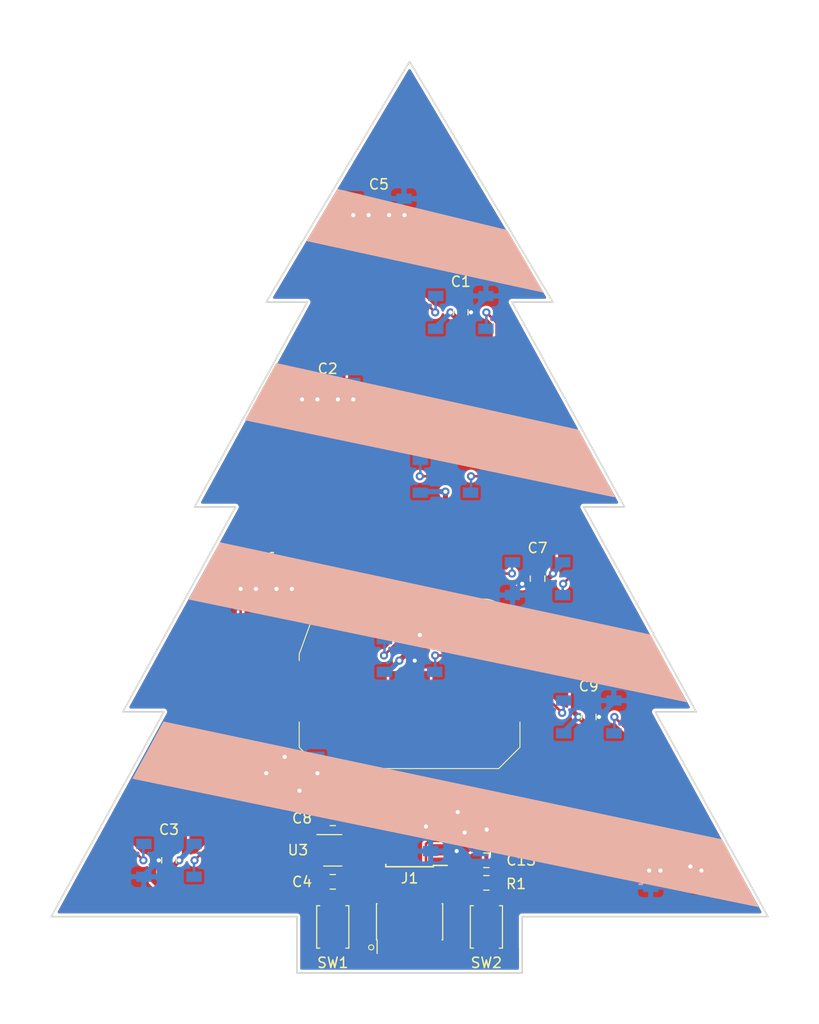
<source format=kicad_pcb>
(kicad_pcb (version 20171130) (host pcbnew "(5.1.7-0-10_14)")
  (title_block (rev 1))
  (layers (0 Front signal) (31 Back signal) (34 B.Paste user) (35 F.Paste user) (36 B.SilkS user) (37 F.SilkS user) (38 B.Mask user) (39 F.Mask user) (44 Edge.Cuts user))
  (net 0 "")
  (net 1 "Net-(BT1-Pad1)")
  (net 2 "Net-(D1-Pad2)")
  (net 3 "Net-(D1-Pad4)")
  (net 4 "Net-(U1-Pad3)")
  (net 5 "Net-(D2-Pad2)")
  (net 6 "Net-(D2-Pad4)")
  (net 7 "Net-(D3-Pad4)")
  (net 8 "Net-(D4-Pad4)")
  (net 9 "Net-(D7-Pad4)")
  (net 10 "Net-(D8-Pad4)")
  (net 11 "Net-(D10-Pad2)")
  (net 12 "Net-(D11-Pad2)")
  (net 13 "Net-(D12-Pad2)")
  (net 14 "Net-(D12-Pad4)")
  (net 15 VCC)
  (net 16 "Net-(SW2-Pad1)")
  (net 17 GND)
  (net 18 NRST)
  (net 19 DIN)
  (net 20 "Net-(J1-Pad8)")
  (net 21 "Net-(J1-Pad7)")
  (net 22 "Net-(J1-Pad6)")
  (net 23 SWCLK)
  (net 24 SWDIO)
  (net 25 "Net-(R1-Pad1)")
  (net 26 SDA)
  (net 27 SCL)
  (net 28 "Net-(U2-Pad11)")
  (net 29 "Net-(U2-Pad8)")
  (net 30 "Net-(U2-Pad3)")
  (net 31 "Net-(U2-Pad5)")
  (module Button_Switch_SMD:SW_Push_SPST_NO_Alps_SKRK (layer Front) (at 162.5 130.5 270)
    (fp_text reference SW2 (at 3.5 0 180) (layer F.SilkS))
    (fp_text value SW_Push)
    (pad 1 smd roundrect (at -2.1 0 270) (size 0.8 2) (layers Front F.Paste F.Mask) (net 16 "Net-(SW2-Pad1)"))
    (pad 2 smd roundrect (at 2.1 0 270) (size 0.8 2) (layers Front F.Paste F.Mask) (net 17 GND))
  )
  (module Button_Switch_SMD:SW_Push_SPST_NO_Alps_SKRK (layer Front) (at 147.5 130.5 270)
    (fp_text reference SW1 (at 3.5 0 180) (layer F.SilkS))
    (fp_text value SW_Push)
    (pad 1 smd roundrect (at -2.1 0 270) (size 0.8 2) (layers Front F.Paste F.Mask) (net 18 NRST))
    (pad 2 smd roundrect (at 2.1 0 270) (size 0.8 2) (layers Front F.Paste F.Mask) (net 17 GND))
  )
  (module Connector_PinHeader_1.27mm:PinHeader_2x05_P1.27mm_Vertical_SMD (layer Front) (at 155 130 90)
    (fp_text reference J1 (at 4.25 0 180) (layer F.SilkS))
    (fp_text value Conn_ARM_JTAG_SWD_10)
    (pad 10 smd rect (at 1.95 2.54 90) (size 2.4 0.74) (layers Front F.Paste F.Mask) (net 18 NRST))
    (pad 9 smd rect (at -1.95 2.54 90) (size 2.4 0.74) (layers Front F.Paste F.Mask) (net 17 GND))
    (pad 8 smd rect (at 1.95 1.27 90) (size 2.4 0.74) (layers Front F.Paste F.Mask) (net 20 "Net-(J1-Pad8)"))
    (pad 7 smd rect (at -1.95 1.27 90) (size 2.4 0.74) (layers Front F.Paste F.Mask) (net 21 "Net-(J1-Pad7)"))
    (pad 6 smd rect (at 1.95 0 90) (size 2.4 0.74) (layers Front F.Paste F.Mask) (net 22 "Net-(J1-Pad6)"))
    (pad 5 smd rect (at -1.95 0 90) (size 2.4 0.74) (layers Front F.Paste F.Mask) (net 17 GND))
    (pad 4 smd rect (at 1.95 -1.27 90) (size 2.4 0.74) (layers Front F.Paste F.Mask) (net 23 SWCLK))
    (pad 3 smd rect (at -1.95 -1.27 90) (size 2.4 0.74) (layers Front F.Paste F.Mask) (net 17 GND))
    (pad 2 smd rect (at 1.95 -2.54 90) (size 2.4 0.74) (layers Front F.Paste F.Mask) (net 24 SWDIO))
    (pad 1 smd rect (at -1.95 -2.54 90) (size 2.4 0.74) (layers Front F.Paste F.Mask) (net 15 VCC))
  )
  (module Capacitor_SMD:C_0805_2012Metric_Pad1.15x1.40mm_HandSolder (layer Front) (at 147.5 119.9 180)
    (fp_text reference C8 (at 3 0) (layer F.SilkS))
    (fp_text value C)
    (pad 2 smd roundrect (at 1.025 0 180) (size 1.15 1.4) (layers Front F.Paste F.Mask) (roundrect_rratio 0.217391) (net 17 GND))
    (pad 1 smd roundrect (at -1.025 0 180) (size 1.15 1.4) (layers Front F.Paste F.Mask) (roundrect_rratio 0.217391) (net 15 VCC))
  )
  (module Package_SO:TSSOP-14_4.4x5mm_P0.65mm (layer Front) (at 155 122 180)
    (fp_text reference U2 (at 0 3.75) (layer F.SilkS))
    (fp_text value STM32L011D3Px)
    (pad 14 smd rect (at 2.95 -1.95 180) (size 1.45 0.45) (layers Front F.Paste F.Mask) (net 23 SWCLK))
    (pad 13 smd rect (at 2.95 -1.3 180) (size 1.45 0.45) (layers Front F.Paste F.Mask) (net 24 SWDIO))
    (pad 12 smd rect (at 2.95 -0.65 180) (size 1.45 0.45) (layers Front F.Paste F.Mask) (net 26 SDA))
    (pad 11 smd rect (at 2.95 0 180) (size 1.45 0.45) (layers Front F.Paste F.Mask) (net 28 "Net-(U2-Pad11)"))
    (pad 10 smd rect (at 2.95 0.65 180) (size 1.45 0.45) (layers Front F.Paste F.Mask) (net 15 VCC))
    (pad 9 smd rect (at 2.95 1.3 180) (size 1.45 0.45) (layers Front F.Paste F.Mask) (net 17 GND))
    (pad 8 smd rect (at 2.95 1.95 180) (size 1.45 0.45) (layers Front F.Paste F.Mask) (net 29 "Net-(U2-Pad8)"))
    (pad 7 smd rect (at -2.95 1.95 180) (size 1.45 0.45) (layers Front F.Paste F.Mask) (net 27 SCL))
    (pad 6 smd rect (at -2.95 1.3 180) (size 1.45 0.45) (layers Front F.Paste F.Mask) (net 19 DIN))
    (pad 5 smd rect (at -2.95 0.65 180) (size 1.45 0.45) (layers Front F.Paste F.Mask) (net 31 "Net-(U2-Pad5)"))
    (pad 4 smd rect (at -2.95 0 180) (size 1.45 0.45) (layers Front F.Paste F.Mask) (net 18 NRST))
    (pad 3 smd rect (at -2.95 -0.65 180) (size 1.45 0.45) (layers Front F.Paste F.Mask) (net 30 "Net-(U2-Pad3)"))
    (pad 2 smd rect (at -2.95 -1.3 180) (size 1.45 0.45) (layers Front F.Paste F.Mask) (net 16 "Net-(SW2-Pad1)"))
    (pad 1 smd rect (at -2.95 -1.95 180) (size 1.45 0.45) (layers Front F.Paste F.Mask) (net 25 "Net-(R1-Pad1)"))
  )
  (module Resistor_SMD:R_0805_2012Metric_Pad1.15x1.40mm_HandSolder (layer Front) (at 162.5 126.2)
    (fp_text reference R1 (at 2.9 0.1) (layer F.SilkS))
    (fp_text value R)
    (pad 2 smd roundrect (at 1.025 0) (size 1.15 1.4) (layers Front F.Paste F.Mask) (roundrect_rratio 0.217391) (net 17 GND))
    (pad 1 smd roundrect (at -1.025 0) (size 1.15 1.4) (layers Front F.Paste F.Mask) (roundrect_rratio 0.217391) (net 25 "Net-(R1-Pad1)"))
  )
  (module Capacitor_SMD:C_0805_2012Metric_Pad1.15x1.40mm_HandSolder (layer Front) (at 147.5 126.1 180)
    (fp_text reference C4 (at 3 0) (layer F.SilkS))
    (fp_text value C)
    (pad 2 smd roundrect (at 1.025 0 180) (size 1.15 1.4) (layers Front F.Paste F.Mask) (roundrect_rratio 0.217391) (net 17 GND))
    (pad 1 smd roundrect (at -1.025 0 180) (size 1.15 1.4) (layers Front F.Paste F.Mask) (roundrect_rratio 0.217391) (net 18 NRST))
  )
  (module Battery:BatteryHolder_Keystone_3034_1x20mm (layer Front) (at 155 107.5 180)
    (fp_text reference BT1 (at 0 8) (layer F.SilkS))
    (fp_text value Battery_Cell)
    (pad 1 smd rect (at -10.985 0 180) (size 1.27 5.08) (layers Front F.Paste F.Mask) (net 1 "Net-(BT1-Pad1)"))
    (pad 1 smd rect (at 10.985 0 180) (size 1.27 5.08) (layers Front F.Paste F.Mask) (net 1 "Net-(BT1-Pad1)"))
    (pad 2 smd rect (at 0 0 180) (size 3.96 3.96) (layers Front F.Paste F.Mask) (net 17 GND))
  )
  (module my-footprints-library:LED_WS2812B_PLCC4_5.0x5.0mm_P3.2mm_3DModel_NoSilk (layer Back) (at 143.5 115.5 180)
    (fp_text reference D12 hide)
    (fp_text value WS2812B)
    (pad 1 smd rect (at -2.45 1.6 180) (size 1.5 1) (layers Back B.Paste B.Mask) (net 15 VCC))
    (pad 2 smd rect (at -2.45 -1.6 180) (size 1.5 1) (layers Back B.Paste B.Mask) (net 13 "Net-(D12-Pad2)"))
    (pad 4 smd rect (at 2.45 1.6 180) (size 1.5 1) (layers Back B.Paste B.Mask) (net 14 "Net-(D12-Pad4)"))
    (pad 3 smd rect (at 2.45 -1.6 180) (size 1.5 1) (layers Back B.Paste B.Mask) (net 17 GND))
  )
  (module my-footprints-library:LED_WS2812B_PLCC4_5.0x5.0mm_P3.2mm_3DModel_NoSilk (layer Back) (at 181 125 180)
    (fp_text reference D11 hide)
    (fp_text value WS2812B)
    (pad 1 smd rect (at -2.45 1.6 180) (size 1.5 1) (layers Back B.Paste B.Mask) (net 15 VCC))
    (pad 2 smd rect (at -2.45 -1.6 180) (size 1.5 1) (layers Back B.Paste B.Mask) (net 12 "Net-(D11-Pad2)"))
    (pad 4 smd rect (at 2.45 1.6 180) (size 1.5 1) (layers Back B.Paste B.Mask) (net 11 "Net-(D10-Pad2)"))
    (pad 3 smd rect (at 2.45 -1.6 180) (size 1.5 1) (layers Back B.Paste B.Mask) (net 17 GND))
  )
  (module my-footprints-library:LED_WS2812B_PLCC4_5.0x5.0mm_P3.2mm_3DModel_NoSilk (layer Back) (at 159.5 121.5 180)
    (fp_text reference D10 hide)
    (fp_text value WS2812B)
    (pad 1 smd rect (at -2.45 1.6 180) (size 1.5 1) (layers Back B.Paste B.Mask) (net 15 VCC))
    (pad 2 smd rect (at -2.45 -1.6 180) (size 1.5 1) (layers Back B.Paste B.Mask) (net 11 "Net-(D10-Pad2)"))
    (pad 4 smd rect (at 2.45 1.6 180) (size 1.5 1) (layers Back B.Paste B.Mask) (net 19 DIN))
    (pad 3 smd rect (at 2.45 -1.6 180) (size 1.5 1) (layers Back B.Paste B.Mask) (net 17 GND))
  )
  (module my-footprints-library:LED_WS2812B_PLCC4_5.0x5.0mm_P3.2mm_3DModel_NoSilk (layer Back) (at 172.5 110)
    (fp_text reference D9 hide)
    (fp_text value WS2812B)
    (pad 1 smd rect (at -2.45 1.6) (size 1.5 1) (layers Back B.Paste B.Mask) (net 15 VCC))
    (pad 2 smd rect (at -2.45 -1.6) (size 1.5 1) (layers Back B.Paste B.Mask) (net 10 "Net-(D8-Pad4)"))
    (pad 4 smd rect (at 2.45 1.6) (size 1.5 1) (layers Back B.Paste B.Mask) (net 12 "Net-(D11-Pad2)"))
    (pad 3 smd rect (at 2.45 -1.6) (size 1.5 1) (layers Back B.Paste B.Mask) (net 17 GND))
  )
  (module my-footprints-library:LED_WS2812B_PLCC4_5.0x5.0mm_P3.2mm_3DModel_NoSilk (layer Back) (at 155 104)
    (fp_text reference D8 hide)
    (fp_text value WS2812B)
    (pad 1 smd rect (at -2.45 1.6) (size 1.5 1) (layers Back B.Paste B.Mask) (net 15 VCC))
    (pad 2 smd rect (at -2.45 -1.6) (size 1.5 1) (layers Back B.Paste B.Mask) (net 9 "Net-(D7-Pad4)"))
    (pad 4 smd rect (at 2.45 1.6) (size 1.5 1) (layers Back B.Paste B.Mask) (net 10 "Net-(D8-Pad4)"))
    (pad 3 smd rect (at 2.45 -1.6) (size 1.5 1) (layers Back B.Paste B.Mask) (net 17 GND))
  )
  (module my-footprints-library:LED_WS2812B_PLCC4_5.0x5.0mm_P3.2mm_3DModel_NoSilk (layer Back) (at 167.5 96.5 180)
    (fp_text reference D7 hide)
    (fp_text value WS2812B)
    (pad 1 smd rect (at -2.45 1.6 180) (size 1.5 1) (layers Back B.Paste B.Mask) (net 15 VCC))
    (pad 2 smd rect (at -2.45 -1.6 180) (size 1.5 1) (layers Back B.Paste B.Mask) (net 8 "Net-(D4-Pad4)"))
    (pad 4 smd rect (at 2.45 1.6 180) (size 1.5 1) (layers Back B.Paste B.Mask) (net 9 "Net-(D7-Pad4)"))
    (pad 3 smd rect (at 2.45 -1.6 180) (size 1.5 1) (layers Back B.Paste B.Mask) (net 17 GND))
  )
  (module my-footprints-library:LED_WS2812B_PLCC4_5.0x5.0mm_P3.2mm_3DModel_NoSilk (layer Back) (at 141 97.5)
    (fp_text reference D6 hide)
    (fp_text value WS2812B)
    (pad 1 smd rect (at -2.45 1.6) (size 1.5 1) (layers Back B.Paste B.Mask) (net 15 VCC))
    (pad 2 smd rect (at -2.45 -1.6) (size 1.5 1) (layers Back B.Paste B.Mask) (net 7 "Net-(D3-Pad4)"))
    (pad 4 smd rect (at 2.45 1.6) (size 1.5 1) (layers Back B.Paste B.Mask) (net 5 "Net-(D2-Pad2)"))
    (pad 3 smd rect (at 2.45 -1.6) (size 1.5 1) (layers Back B.Paste B.Mask) (net 17 GND))
  )
  (module my-footprints-library:LED_WS2812B_PLCC4_5.0x5.0mm_P3.2mm_3DModel_NoSilk (layer Back) (at 152 61)
    (fp_text reference D5 hide)
    (fp_text value WS2812B)
    (pad 1 smd rect (at -2.45 1.6) (size 1.5 1) (layers Back B.Paste B.Mask) (net 15 VCC))
    (pad 2 smd rect (at -2.45 -1.6) (size 1.5 1) (layers Back B.Paste B.Mask) (net 6 "Net-(D2-Pad4)"))
    (pad 4 smd rect (at 2.45 1.6) (size 1.5 1) (layers Back B.Paste B.Mask) (net 2 "Net-(D1-Pad2)"))
    (pad 3 smd rect (at 2.45 -1.6) (size 1.5 1) (layers Back B.Paste B.Mask) (net 17 GND))
  )
  (module my-footprints-library:LED_WS2812B_PLCC4_5.0x5.0mm_P3.2mm_3DModel_NoSilk (layer Back) (at 158.5 86.5)
    (fp_text reference D4 hide)
    (fp_text value WS2812B)
    (pad 1 smd rect (at -2.45 1.6) (size 1.5 1) (layers Back B.Paste B.Mask) (net 15 VCC))
    (pad 2 smd rect (at -2.45 -1.6) (size 1.5 1) (layers Back B.Paste B.Mask) (net 3 "Net-(D1-Pad4)"))
    (pad 4 smd rect (at 2.45 1.6) (size 1.5 1) (layers Back B.Paste B.Mask) (net 8 "Net-(D4-Pad4)"))
    (pad 3 smd rect (at 2.45 -1.6) (size 1.5 1) (layers Back B.Paste B.Mask) (net 17 GND))
  )
  (module my-footprints-library:LED_WS2812B_PLCC4_5.0x5.0mm_P3.2mm_3DModel_NoSilk (layer Back) (at 131.5 124 180)
    (fp_text reference D3 hide)
    (fp_text value WS2812B)
    (pad 1 smd rect (at -2.45 1.6 180) (size 1.5 1) (layers Back B.Paste B.Mask) (net 15 VCC))
    (pad 2 smd rect (at -2.45 -1.6 180) (size 1.5 1) (layers Back B.Paste B.Mask) (net 14 "Net-(D12-Pad4)"))
    (pad 4 smd rect (at 2.45 1.6 180) (size 1.5 1) (layers Back B.Paste B.Mask) (net 7 "Net-(D3-Pad4)"))
    (pad 3 smd rect (at 2.45 -1.6 180) (size 1.5 1) (layers Back B.Paste B.Mask) (net 17 GND))
  )
  (module my-footprints-library:LED_WS2812B_PLCC4_5.0x5.0mm_P3.2mm_3DModel_NoSilk (layer Back) (at 147 79 180)
    (fp_text reference D2 hide)
    (fp_text value WS2812B)
    (pad 1 smd rect (at -2.45 1.6 180) (size 1.5 1) (layers Back B.Paste B.Mask) (net 15 VCC))
    (pad 2 smd rect (at -2.45 -1.6 180) (size 1.5 1) (layers Back B.Paste B.Mask) (net 5 "Net-(D2-Pad2)"))
    (pad 4 smd rect (at 2.45 1.6 180) (size 1.5 1) (layers Back B.Paste B.Mask) (net 6 "Net-(D2-Pad4)"))
    (pad 3 smd rect (at 2.45 -1.6 180) (size 1.5 1) (layers Back B.Paste B.Mask) (net 17 GND))
  )
  (module my-footprints-library:LED_WS2812B_PLCC4_5.0x5.0mm_P3.2mm_3DModel_NoSilk (layer Back) (at 160 70.5)
    (fp_text reference D1 hide)
    (fp_text value WS2812B)
    (pad 1 smd rect (at -2.45 1.6) (size 1.5 1) (layers Back B.Paste B.Mask) (net 15 VCC))
    (pad 2 smd rect (at -2.45 -1.6) (size 1.5 1) (layers Back B.Paste B.Mask) (net 2 "Net-(D1-Pad2)"))
    (pad 4 smd rect (at 2.45 1.6) (size 1.5 1) (layers Back B.Paste B.Mask) (net 3 "Net-(D1-Pad4)"))
    (pad 3 smd rect (at 2.45 -1.6) (size 1.5 1) (layers Back B.Paste B.Mask) (net 17 GND))
  )
  (module Package_TO_SOT_SMD:SOT-23-6 (layer Front) (at 162.5 121)
    (fp_text reference U1 (at 3 0) (layer F.SilkS))
    (fp_text value TMP101)
    (pad 5 smd rect (at 1.1 0) (size 1.06 0.65) (layers Front F.Paste F.Mask) (net 15 VCC))
    (pad 6 smd rect (at 1.1 -0.95) (size 1.06 0.65) (layers Front F.Paste F.Mask) (net 26 SDA))
    (pad 4 smd rect (at 1.1 0.95) (size 1.06 0.65) (layers Front F.Paste F.Mask) (net 15 VCC))
    (pad 3 smd rect (at -1.1 0.95) (size 1.06 0.65) (layers Front F.Paste F.Mask) (net 4 "Net-(U1-Pad3)"))
    (pad 2 smd rect (at -1.1 0) (size 1.06 0.65) (layers Front F.Paste F.Mask) (net 17 GND))
    (pad 1 smd rect (at -1.1 -0.95) (size 1.06 0.65) (layers Front F.Paste F.Mask) (net 27 SCL))
  )
  (module Capacitor_SMD:C_0805_2012Metric_Pad1.15x1.40mm_HandSolder (layer Front) (at 162.5 124 180)
    (fp_text reference C13 (at -3.4 0) (layer F.SilkS))
    (fp_text value C)
    (pad 2 smd roundrect (at 1.025 0 180) (size 1.15 1.4) (layers Front F.Paste F.Mask) (roundrect_rratio 0.217391) (net 17 GND))
    (pad 1 smd roundrect (at -1.025 0 180) (size 1.15 1.4) (layers Front F.Paste F.Mask) (roundrect_rratio 0.217391) (net 15 VCC))
  )
  (module Capacitor_SMD:C_0805_2012Metric_Pad1.15x1.40mm_HandSolder (layer Front) (at 181 125 90)
    (fp_text reference C11 (at 3 0 180) (layer F.SilkS))
    (fp_text value C)
    (pad 2 smd roundrect (at 1.025 0 90) (size 1.15 1.4) (layers Front F.Paste F.Mask) (roundrect_rratio 0.217391) (net 17 GND))
    (pad 1 smd roundrect (at -1.025 0 90) (size 1.15 1.4) (layers Front F.Paste F.Mask) (roundrect_rratio 0.217391) (net 15 VCC))
  )
  (module Capacitor_SMD:C_0805_2012Metric_Pad1.15x1.40mm_HandSolder (layer Front) (at 172.5 110 90)
    (fp_text reference C9 (at 3 0 180) (layer F.SilkS))
    (fp_text value C)
    (pad 2 smd roundrect (at 1.025 0 90) (size 1.15 1.4) (layers Front F.Paste F.Mask) (roundrect_rratio 0.217391) (net 17 GND))
    (pad 1 smd roundrect (at -1.025 0 90) (size 1.15 1.4) (layers Front F.Paste F.Mask) (roundrect_rratio 0.217391) (net 15 VCC))
  )
  (module Capacitor_SMD:C_0805_2012Metric_Pad1.15x1.40mm_HandSolder (layer Front) (at 167.5 96.5 90)
    (fp_text reference C7 (at 3 0 180) (layer F.SilkS))
    (fp_text value C)
    (pad 2 smd roundrect (at 1.025 0 90) (size 1.15 1.4) (layers Front F.Paste F.Mask) (roundrect_rratio 0.217391) (net 17 GND))
    (pad 1 smd roundrect (at -1.025 0 90) (size 1.15 1.4) (layers Front F.Paste F.Mask) (roundrect_rratio 0.217391) (net 15 VCC))
  )
  (module Capacitor_SMD:C_0805_2012Metric_Pad1.15x1.40mm_HandSolder (layer Front) (at 141 97.5 90)
    (fp_text reference C6 (at 3 0 180) (layer F.SilkS))
    (fp_text value C)
    (pad 2 smd roundrect (at 1.025 0 90) (size 1.15 1.4) (layers Front F.Paste F.Mask) (roundrect_rratio 0.217391) (net 17 GND))
    (pad 1 smd roundrect (at -1.025 0 90) (size 1.15 1.4) (layers Front F.Paste F.Mask) (roundrect_rratio 0.217391) (net 15 VCC))
  )
  (module Capacitor_SMD:C_0805_2012Metric_Pad1.15x1.40mm_HandSolder (layer Front) (at 152 61 90)
    (fp_text reference C5 (at 3 0) (layer F.SilkS))
    (fp_text value C)
    (pad 2 smd roundrect (at 1.025 0 90) (size 1.15 1.4) (layers Front F.Paste F.Mask) (roundrect_rratio 0.217391) (net 17 GND))
    (pad 1 smd roundrect (at -1.025 0 90) (size 1.15 1.4) (layers Front F.Paste F.Mask) (roundrect_rratio 0.217391) (net 15 VCC))
  )
  (module Capacitor_SMD:C_0805_2012Metric_Pad1.15x1.40mm_HandSolder (layer Front) (at 131.5 124 90)
    (fp_text reference C3 (at 3 0 180) (layer F.SilkS))
    (fp_text value C)
    (pad 2 smd roundrect (at 1.025 0 90) (size 1.15 1.4) (layers Front F.Paste F.Mask) (roundrect_rratio 0.217391) (net 17 GND))
    (pad 1 smd roundrect (at -1.025 0 90) (size 1.15 1.4) (layers Front F.Paste F.Mask) (roundrect_rratio 0.217391) (net 15 VCC))
  )
  (module Capacitor_SMD:C_0805_2012Metric_Pad1.15x1.40mm_HandSolder (layer Front) (at 147 79 90)
    (fp_text reference C2 (at 3 0 180) (layer F.SilkS))
    (fp_text value C)
    (pad 2 smd roundrect (at 1.025 0 90) (size 1.15 1.4) (layers Front F.Paste F.Mask) (roundrect_rratio 0.217391) (net 17 GND))
    (pad 1 smd roundrect (at -1.025 0 90) (size 1.15 1.4) (layers Front F.Paste F.Mask) (roundrect_rratio 0.217391) (net 15 VCC))
  )
  (module Capacitor_SMD:C_0805_2012Metric_Pad1.15x1.40mm_HandSolder (layer Front) (at 160 70.5 90)
    (fp_text reference C1 (at 3 0 180) (layer F.SilkS))
    (fp_text value C)
    (pad 2 smd roundrect (at 1.025 0 90) (size 1.15 1.4) (layers Front F.Paste F.Mask) (roundrect_rratio 0.217391) (net 17 GND))
    (pad 1 smd roundrect (at -1.025 0 90) (size 1.15 1.4) (layers Front F.Paste F.Mask) (roundrect_rratio 0.217391) (net 15 VCC))
  )
  (module Package_TO_SOT_SMD:TSOT-23-6 (layer Front) (at 147.5 123)
    (fp_text reference U3 (at -3.4 0) (layer F.SilkS))
    (fp_text value TPS27081A_ForReversePolarityProtection)
    (pad 6 smd rect (at 1.31 -0.95) (size 1.22 0.65) (layers Front F.Paste F.Mask) (net 17 GND))
    (pad 5 smd rect (at 1.31 0) (size 1.22 0.65) (layers Front F.Paste F.Mask) (net 17 GND))
    (pad 4 smd rect (at 1.31 0.95) (size 1.22 0.65) (layers Front F.Paste F.Mask) (net 15 VCC))
    (pad 3 smd rect (at -1.31 0.95) (size 1.22 0.65) (layers Front F.Paste F.Mask) (net 1 "Net-(BT1-Pad1)"))
    (pad 2 smd rect (at -1.31 0) (size 1.22 0.65) (layers Front F.Paste F.Mask) (net 1 "Net-(BT1-Pad1)"))
    (pad 1 smd rect (at -1.31 -0.95) (size 1.22 0.65) (layers Front F.Paste F.Mask) (net 17 GND))
  )
  (gr_circle (center 151.25 132.5) (end 151.25 132.25) (layer F.SilkS) (width 0.1))
  (gr_poly (pts (xy 164.5 62.5) (xy 168 68.5) (xy 145 63.5) (xy 148 58.5)) (layer B.SilkS) (width 0.1))
  (gr_poly (pts (xy 171.5 82) (xy 175 88.5) (xy 139 81) (xy 142 75.5)) (layer B.SilkS) (width 0.1))
  (gr_poly (pts (xy 178.5 102) (xy 182 108.5) (xy 133.5 98.5) (xy 136.5 93)) (layer B.SilkS) (width 0.1))
  (gr_poly (pts (xy 185.5 122) (xy 189 128.5) (xy 128 116) (xy 131 110.5)) (layer B.SilkS) (width 0.1))
  (gr_line (start 127 109.5) (end 138 89.5) (layer Edge.Cuts) (width 0.15))
  (gr_line (start 144 135) (end 166 135) (layer Edge.Cuts) (width 0.15))
  (gr_line (start 179 109.5) (end 183 109.5) (layer Edge.Cuts) (width 0.15))
  (gr_line (start 131 109.5) (end 127 109.5) (layer Edge.Cuts) (width 0.15))
  (gr_line (start 183 109.5) (end 172 89.5) (layer Edge.Cuts) (width 0.15))
  (gr_line (start 144 129.5) (end 144 135) (layer Edge.Cuts) (width 0.15))
  (gr_line (start 166 135) (end 166 129.5) (layer Edge.Cuts) (width 0.15))
  (gr_line (start 190 129.5) (end 179 109.5) (layer Edge.Cuts) (width 0.15))
  (gr_line (start 120 129.5) (end 131 109.5) (layer Edge.Cuts) (width 0.15))
  (gr_line (start 172 89.5) (end 176 89.5) (layer Edge.Cuts) (width 0.15))
  (gr_line (start 138 89.5) (end 134 89.5) (layer Edge.Cuts) (width 0.15))
  (gr_line (start 144 129.5) (end 120 129.5) (layer Edge.Cuts) (width 0.15))
  (gr_line (start 166 129.5) (end 190 129.5) (layer Edge.Cuts) (width 0.15))
  (gr_line (start 176 89.5) (end 165 69.5) (layer Edge.Cuts) (width 0.15))
  (gr_line (start 134 89.5) (end 145 69.5) (layer Edge.Cuts) (width 0.15))
  (gr_line (start 165 69.5) (end 169 69.5) (layer Edge.Cuts) (width 0.15))
  (gr_line (start 169 69.5) (end 155 46) (layer Edge.Cuts) (width 0.15))
  (gr_line (start 141 69.5) (end 155 46) (layer Edge.Cuts) (width 0.15))
  (gr_line (start 145 69.5) (end 141 69.5) (layer Edge.Cuts) (width 0.15))
  (segment (start 146.19 123.95) (end 146.19 123) (width 0.5) (layer Front) (net 1))
  (segment (start 145.394998 123) (end 143.4 121.005002) (width 0.5) (layer Front) (net 1))
  (segment (start 146.19 123) (end 145.394998 123) (width 0.5) (layer Front) (net 1))
  (segment (start 144.015 115.985) (end 143.4 116.6) (width 0.5) (layer Front) (net 1))
  (segment (start 143.4 121.005002) (end 143.4 116.6) (width 0.5) (layer Front) (net 1))
  (segment (start 165.985 107.5) (end 165.985 107.515) (width 0.5) (layer Front) (net 1))
  (segment (start 165.985 107.515) (end 163 110.5) (width 0.5) (layer Front) (net 1))
  (segment (start 147.015 110.5) (end 144.015 107.5) (width 0.5) (layer Front) (net 1))
  (segment (start 163 110.5) (end 147.015 110.5) (width 0.5) (layer Front) (net 1))
  (segment (start 144.015 107.5) (end 144.015 115.985) (width 0.5) (layer Front) (net 1))
  (via (at 157.5 70.5) (size 0.8) (drill 0.4) (layers Front Back) (net 2))
  (segment (start 157.55 70.45) (end 157.5 70.5) (width 0.25) (layer Back) (net 2))
  (segment (start 157.55 68.9) (end 157.55 70.45) (width 0.25) (layer Back) (net 2))
  (segment (start 157.5 70.5) (end 156 69) (width 0.25) (layer Front) (net 2))
  (via (at 154.5 61) (size 0.8) (drill 0.4) (layers Front Back) (net 2))
  (segment (start 156 62.5) (end 154.5 61) (width 0.25) (layer Front) (net 2))
  (segment (start 156 69) (end 156 62.5) (width 0.25) (layer Front) (net 2))
  (segment (start 154.5 62.55) (end 154.45 62.6) (width 0.25) (layer Back) (net 2))
  (segment (start 154.5 61) (end 154.5 62.55) (width 0.25) (layer Back) (net 2))
  (via (at 156 86.5) (size 0.8) (drill 0.4) (layers Front Back) (net 3))
  (segment (start 156.05 86.45) (end 156 86.5) (width 0.25) (layer Back) (net 3))
  (segment (start 156.05 84.9) (end 156.05 86.45) (width 0.25) (layer Back) (net 3))
  (via (at 162.5 70.5) (size 0.8) (drill 0.4) (layers Front Back) (net 3))
  (segment (start 162.5 72.05) (end 162.45 72.1) (width 0.25) (layer Back) (net 3))
  (segment (start 162.5 70.5) (end 162.5 72.05) (width 0.25) (layer Back) (net 3))
  (segment (start 163.5 71.5) (end 162.5 70.5) (width 0.25) (layer Front) (net 3))
  (segment (start 163.5 80) (end 163.5 71.5) (width 0.25) (layer Front) (net 3))
  (segment (start 157 86.5) (end 163.5 80) (width 0.25) (layer Front) (net 3))
  (segment (start 156 86.5) (end 157 86.5) (width 0.25) (layer Front) (net 3))
  (segment (start 149.45 79.05) (end 149.5 79) (width 0.25) (layer Back) (net 5))
  (via (at 149.5 79) (size 0.8) (drill 0.4) (layers Front Back) (net 5))
  (segment (start 149.45 80.6) (end 149.45 79.05) (width 0.25) (layer Back) (net 5))
  (via (at 143.5 97.5) (size 0.8) (drill 0.4) (layers Front Back) (net 5))
  (segment (start 143.5 99.05) (end 143.45 99.1) (width 0.25) (layer Back) (net 5))
  (segment (start 143.5 97.5) (end 143.5 99.05) (width 0.25) (layer Back) (net 5))
  (segment (start 150.5 90.5) (end 143.5 97.5) (width 0.25) (layer Front) (net 5))
  (segment (start 150.5 80) (end 150.5 90.5) (width 0.25) (layer Front) (net 5))
  (segment (start 149.5 79) (end 150.5 80) (width 0.25) (layer Front) (net 5))
  (via (at 149.5 61) (size 0.8) (drill 0.4) (layers Front Back) (net 6))
  (segment (start 149.55 60.95) (end 149.5 61) (width 0.25) (layer Back) (net 6))
  (segment (start 149.55 59.4) (end 149.55 60.95) (width 0.25) (layer Back) (net 6))
  (segment (start 149.5 61) (end 149.5 69.5) (width 0.25) (layer Front) (net 6))
  (segment (start 149.5 69.5) (end 144 75) (width 0.25) (layer Front) (net 6))
  (segment (start 144 75) (end 143 76) (width 0.25) (layer Front) (net 6))
  (via (at 144.5 79) (size 0.8) (drill 0.4) (layers Front Back) (net 6))
  (segment (start 143 77.5) (end 144.5 79) (width 0.25) (layer Front) (net 6))
  (segment (start 143 76) (end 143 77.5) (width 0.25) (layer Front) (net 6))
  (segment (start 144.5 77.45) (end 144.55 77.4) (width 0.25) (layer Back) (net 6))
  (segment (start 144.5 79) (end 144.5 77.45) (width 0.25) (layer Back) (net 6))
  (via (at 138.5 97.5) (size 0.8) (drill 0.4) (layers Front Back) (net 7))
  (segment (start 138.55 97.45) (end 138.5 97.5) (width 0.25) (layer Back) (net 7))
  (segment (start 138.55 95.9) (end 138.55 97.45) (width 0.25) (layer Back) (net 7))
  (segment (start 138.5 97.5) (end 138.5 103.5) (width 0.25) (layer Front) (net 7))
  (segment (start 138.5 103.5) (end 138.5 108) (width 0.25) (layer Front) (net 7))
  (segment (start 138.5 108) (end 127.5 119) (width 0.25) (layer Front) (net 7))
  (via (at 129 124) (size 0.8) (drill 0.4) (layers Front Back) (net 7))
  (segment (start 127.5 122.5) (end 129 124) (width 0.25) (layer Front) (net 7))
  (segment (start 127.5 119) (end 127.5 122.5) (width 0.25) (layer Front) (net 7))
  (segment (start 129 122.45) (end 129.05 122.4) (width 0.25) (layer Back) (net 7))
  (segment (start 129 124) (end 129 122.45) (width 0.25) (layer Back) (net 7))
  (via (at 170 97) (size 0.8) (drill 0.4) (layers Front Back) (net 8))
  (segment (start 169.95 97.05) (end 170 97) (width 0.25) (layer Back) (net 8))
  (segment (start 169.95 98.1) (end 169.95 97.05) (width 0.25) (layer Back) (net 8))
  (segment (start 170 97) (end 171.5 95.5) (width 0.25) (layer Front) (net 8))
  (segment (start 171.5 95.5) (end 171.5 93.5) (width 0.25) (layer Front) (net 8))
  (segment (start 164.5 86.5) (end 161 86.5) (width 0.25) (layer Front) (net 8))
  (via (at 161 86.5) (size 0.8) (drill 0.4) (layers Front Back) (net 8))
  (segment (start 171.5 93.5) (end 164.5 86.5) (width 0.25) (layer Front) (net 8))
  (segment (start 161 88.05) (end 160.95 88.1) (width 0.25) (layer Back) (net 8))
  (segment (start 161 86.5) (end 161 88.05) (width 0.25) (layer Back) (net 8))
  (via (at 152.5 104) (size 0.8) (drill 0.4) (layers Front Back) (net 9))
  (segment (start 152.55 103.95) (end 152.5 104) (width 0.25) (layer Back) (net 9))
  (segment (start 152.55 102.4) (end 152.55 103.95) (width 0.25) (layer Back) (net 9))
  (segment (start 152.5 104) (end 154 102.5) (width 0.25) (layer Front) (net 9))
  (segment (start 154 102.5) (end 154 100) (width 0.25) (layer Front) (net 9))
  (segment (start 154 100) (end 156.5 97.5) (width 0.25) (layer Front) (net 9))
  (via (at 165 96) (size 0.8) (drill 0.4) (layers Front Back) (net 9))
  (segment (start 158 96) (end 165 96) (width 0.25) (layer Front) (net 9))
  (segment (start 156.5 97.5) (end 158 96) (width 0.25) (layer Front) (net 9))
  (segment (start 165 94.95) (end 165.05 94.9) (width 0.25) (layer Back) (net 9))
  (segment (start 165 96) (end 165 94.95) (width 0.25) (layer Back) (net 9))
  (via (at 169.898959 109.601041) (size 0.8) (drill 0.4) (layers Front Back) (net 10))
  (segment (start 170.05 109.45) (end 169.898959 109.601041) (width 0.25) (layer Back) (net 10))
  (segment (start 170.05 108.4) (end 170.05 109.45) (width 0.25) (layer Back) (net 10))
  (via (at 157.5 103.999996) (size 0.8) (drill 0.4) (layers Front Back) (net 10))
  (segment (start 157.5 105.55) (end 157.45 105.6) (width 0.25) (layer Back) (net 10))
  (segment (start 157.5 103.999996) (end 157.5 105.55) (width 0.25) (layer Back) (net 10))
  (segment (start 168.5 108.202082) (end 169.898959 109.601041) (width 0.25) (layer Front) (net 10))
  (segment (start 168.5 105.5) (end 168.5 108.202082) (width 0.25) (layer Front) (net 10))
  (segment (start 166.999996 103.999996) (end 168.5 105.5) (width 0.25) (layer Front) (net 10))
  (segment (start 157.5 103.999996) (end 166.999996 103.999996) (width 0.25) (layer Front) (net 10))
  (segment (start 161.95 123.1) (end 161.95 123.05) (width 0.25) (layer Back) (net 11))
  (via (at 178.4 125) (size 0.8) (drill 0.4) (layers Front Back) (net 11))
  (segment (start 178.4 123.55) (end 178.55 123.4) (width 0.25) (layer Back) (net 11))
  (segment (start 178.4 125) (end 178.4 123.55) (width 0.25) (layer Back) (net 11))
  (segment (start 159.7 120.2) (end 159.5 120.4) (width 0.25) (layer Back) (net 11))
  (via (at 159.7 119.3) (size 0.8) (drill 0.4) (layers Front Back) (net 11))
  (segment (start 168.6 118.6) (end 175 125) (width 0.25) (layer Front) (net 11))
  (segment (start 160.4 118.6) (end 168.6 118.6) (width 0.25) (layer Front) (net 11))
  (segment (start 159.5 121.480254) (end 161.119746 123.1) (width 0.25) (layer Back) (net 11))
  (segment (start 159.5 120.4) (end 159.5 121.480254) (width 0.25) (layer Back) (net 11))
  (segment (start 159.7 119.3) (end 159.7 120.2) (width 0.25) (layer Back) (net 11))
  (segment (start 159.7 119.3) (end 160.4 118.6) (width 0.25) (layer Front) (net 11))
  (segment (start 161.119746 123.1) (end 161.95 123.1) (width 0.25) (layer Back) (net 11))
  (segment (start 175 125) (end 178.4 125) (width 0.25) (layer Front) (net 11))
  (segment (start 183.45 125.05) (end 183.5 125) (width 0.25) (layer Back) (net 12))
  (via (at 183.5 125) (size 0.8) (drill 0.4) (layers Front Back) (net 12))
  (segment (start 183.45 126.6) (end 183.45 125.05) (width 0.25) (layer Back) (net 12))
  (via (at 175 110) (size 0.8) (drill 0.4) (layers Front Back) (net 12))
  (segment (start 175 111.55) (end 174.95 111.6) (width 0.25) (layer Back) (net 12))
  (segment (start 175 110) (end 175 111.55) (width 0.25) (layer Back) (net 12))
  (segment (start 176.5 111.5) (end 175 110) (width 0.25) (layer Front) (net 12))
  (segment (start 176.5 116) (end 176.5 111.5) (width 0.25) (layer Front) (net 12))
  (segment (start 183.5 123) (end 176.5 116) (width 0.25) (layer Front) (net 12))
  (segment (start 183.5 125) (end 183.5 123) (width 0.25) (layer Front) (net 12))
  (via (at 134 124) (size 0.8) (drill 0.4) (layers Front Back) (net 14))
  (segment (start 133.95 124.05) (end 134 124) (width 0.25) (layer Back) (net 14))
  (segment (start 133.95 125.6) (end 133.95 124.05) (width 0.25) (layer Back) (net 14))
  (via (at 141 115.5) (size 0.8) (drill 0.4) (layers Front Back) (net 14))
  (segment (start 135.5 121) (end 141 115.5) (width 0.25) (layer Front) (net 14))
  (segment (start 141 113.95) (end 141.05 113.9) (width 0.25) (layer Back) (net 14))
  (segment (start 141 115.5) (end 141 113.95) (width 0.25) (layer Back) (net 14))
  (segment (start 134 124) (end 135.5 122.5) (width 0.25) (layer Front) (net 14))
  (segment (start 135.5 122.5) (end 135.5 121) (width 0.25) (layer Front) (net 14))
  (segment (start 163.800001 124.275001) (end 163.525 124) (width 0.5) (layer Front) (net 15))
  (segment (start 163.525 122.025) (end 163.6 121.95) (width 0.5) (layer Front) (net 15))
  (segment (start 163.525 124) (end 163.525 122.025) (width 0.5) (layer Front) (net 15))
  (segment (start 163.6 121) (end 163.6 121.95) (width 0.5) (layer Front) (net 15))
  (via (at 182.424998 124.599994) (size 0.8) (drill 0.4) (layers Front Back) (net 15))
  (segment (start 183.45 123.574992) (end 182.424998 124.599994) (width 0.5) (layer Back) (net 15))
  (segment (start 182.424998 124.600002) (end 182.424998 124.599994) (width 0.5) (layer Front) (net 15))
  (segment (start 183.45 123.4) (end 183.45 123.574992) (width 0.5) (layer Back) (net 15))
  (segment (start 181 126.025) (end 182.424998 124.600002) (width 0.5) (layer Front) (net 15))
  (segment (start 172.5 113.434315) (end 172.5 111.025) (width 0.5) (layer Front) (net 15))
  (segment (start 182.424998 124.599994) (end 182.424998 123.359313) (width 0.5) (layer Front) (net 15))
  (via (at 171.5 110) (size 0.8) (drill 0.4) (layers Front Back) (net 15))
  (segment (start 172.5 111) (end 171.5 110) (width 0.5) (layer Front) (net 15))
  (segment (start 172.5 111.025) (end 172.5 111) (width 0.5) (layer Front) (net 15))
  (segment (start 170.05 111.45) (end 171.5 110) (width 0.5) (layer Back) (net 15))
  (segment (start 170.05 111.6) (end 170.05 111.45) (width 0.5) (layer Back) (net 15))
  (via (at 154 104.5) (size 0.8) (drill 0.4) (layers Front Back) (net 15))
  (segment (start 152.9 105.6) (end 154 104.5) (width 0.5) (layer Back) (net 15))
  (segment (start 152.55 105.6) (end 152.9 105.6) (width 0.5) (layer Back) (net 15))
  (segment (start 169.95 95.05) (end 169 96) (width 0.5) (layer Back) (net 15))
  (segment (start 169.95 94.9) (end 169.95 95.05) (width 0.5) (layer Back) (net 15))
  (segment (start 169 96.025) (end 169 96) (width 0.5) (layer Front) (net 15))
  (segment (start 167.5 97.525) (end 169 96.025) (width 0.5) (layer Front) (net 15))
  (via (at 169 96) (size 0.8) (drill 0.4) (layers Front Back) (net 15))
  (segment (start 169 96) (end 169 93) (width 0.5) (layer Front) (net 15))
  (segment (start 169 93) (end 166.5 90.5) (width 0.5) (layer Front) (net 15))
  (segment (start 162.5 90.5) (end 161.5 90.5) (width 0.5) (layer Front) (net 15))
  (segment (start 166.5 90.5) (end 162.5 90.5) (width 0.5) (layer Front) (net 15))
  (segment (start 153.5 80) (end 160 73.5) (width 0.5) (layer Front) (net 15))
  (segment (start 160 73.5) (end 160 71.525) (width 0.5) (layer Front) (net 15))
  (segment (start 153.5 88.5) (end 153.5 80) (width 0.5) (layer Front) (net 15))
  (segment (start 155.5 90.5) (end 153.5 88.5) (width 0.5) (layer Front) (net 15))
  (segment (start 158.5 90.5) (end 158.5 88) (width 0.5) (layer Front) (net 15))
  (via (at 158.5 88) (size 0.8) (drill 0.4) (layers Front Back) (net 15))
  (segment (start 162.5 90.5) (end 158.5 90.5) (width 0.5) (layer Front) (net 15))
  (segment (start 158.5 90.5) (end 155.5 90.5) (width 0.5) (layer Front) (net 15))
  (segment (start 156.15 88) (end 156.05 88.1) (width 0.5) (layer Back) (net 15))
  (segment (start 158.5 88) (end 156.15 88) (width 0.5) (layer Back) (net 15))
  (via (at 159 70.5) (size 0.8) (drill 0.4) (layers Front Back) (net 15))
  (segment (start 160 71.5) (end 159 70.5) (width 0.5) (layer Front) (net 15))
  (segment (start 160 71.525) (end 160 71.5) (width 0.5) (layer Front) (net 15))
  (segment (start 157.55 71.95) (end 159 70.5) (width 0.5) (layer Back) (net 15))
  (segment (start 157.55 72.1) (end 157.55 71.95) (width 0.5) (layer Back) (net 15))
  (via (at 132.5 124) (size 0.8) (drill 0.4) (layers Front Back) (net 15))
  (segment (start 131.5 125) (end 132.5 124) (width 0.5) (layer Front) (net 15))
  (segment (start 131.5 125.025) (end 131.5 125) (width 0.5) (layer Front) (net 15))
  (segment (start 133.95 122.55) (end 132.5 124) (width 0.5) (layer Back) (net 15))
  (segment (start 133.95 122.4) (end 133.95 122.55) (width 0.5) (layer Back) (net 15))
  (segment (start 132.5 124) (end 133 123.5) (width 0.5) (layer Front) (net 15))
  (segment (start 133 123.5) (end 133 115) (width 0.5) (layer Front) (net 15))
  (via (at 140 97.5) (size 0.8) (drill 0.4) (layers Front Back) (net 15))
  (segment (start 141 98.5) (end 140 97.5) (width 0.5) (layer Front) (net 15))
  (segment (start 141 98.525) (end 141 98.5) (width 0.5) (layer Front) (net 15))
  (segment (start 138.55 98.95) (end 140 97.5) (width 0.5) (layer Back) (net 15))
  (segment (start 138.55 99.1) (end 138.55 98.95) (width 0.5) (layer Back) (net 15))
  (segment (start 141 107) (end 139.5 108.5) (width 0.5) (layer Front) (net 15))
  (segment (start 141 98.525) (end 141 107) (width 0.5) (layer Front) (net 15))
  (segment (start 140 97.5) (end 139.5 97) (width 0.5) (layer Front) (net 15))
  (segment (start 139.5 97) (end 139.5 93) (width 0.5) (layer Front) (net 15))
  (segment (start 147 85.5) (end 147 80.025) (width 0.5) (layer Front) (net 15))
  (segment (start 139.5 93) (end 147 85.5) (width 0.5) (layer Front) (net 15))
  (via (at 148 79) (size 0.8) (drill 0.4) (layers Front Back) (net 15))
  (segment (start 147 80) (end 148 79) (width 0.5) (layer Front) (net 15))
  (segment (start 147 80.025) (end 147 80) (width 0.5) (layer Front) (net 15))
  (segment (start 149.45 77.55) (end 148 79) (width 0.5) (layer Back) (net 15))
  (segment (start 149.45 77.4) (end 149.45 77.55) (width 0.5) (layer Back) (net 15))
  (segment (start 148 79) (end 148.5 78.5) (width 0.5) (layer Front) (net 15))
  (segment (start 148.5 78.5) (end 148.5 73) (width 0.5) (layer Front) (net 15))
  (segment (start 152 69.5) (end 152 62.025) (width 0.5) (layer Front) (net 15))
  (segment (start 148.5 73) (end 152 69.5) (width 0.5) (layer Front) (net 15))
  (via (at 151 61) (size 0.8) (drill 0.4) (layers Front Back) (net 15))
  (segment (start 152 62) (end 151 61) (width 0.5) (layer Front) (net 15))
  (segment (start 152 62.025) (end 152 62) (width 0.5) (layer Front) (net 15))
  (segment (start 149.55 62.45) (end 151 61) (width 0.5) (layer Back) (net 15))
  (segment (start 149.55 62.6) (end 149.55 62.45) (width 0.5) (layer Back) (net 15))
  (segment (start 155.350006 103.149994) (end 154 104.5) (width 0.5) (layer Front) (net 15))
  (segment (start 171 105.5) (end 168.649994 103.149994) (width 0.5) (layer Front) (net 15))
  (segment (start 171 109.5) (end 171 105.5) (width 0.5) (layer Front) (net 15))
  (segment (start 171.5 110) (end 171 109.5) (width 0.5) (layer Front) (net 15))
  (segment (start 167.5 103) (end 167.350006 103.149994) (width 0.5) (layer Front) (net 15))
  (segment (start 167.350006 103.149994) (end 155.350006 103.149994) (width 0.5) (layer Front) (net 15))
  (segment (start 167.5 97.525) (end 167.5 103) (width 0.5) (layer Front) (net 15))
  (segment (start 168.649994 103.149994) (end 167.350006 103.149994) (width 0.5) (layer Front) (net 15))
  (segment (start 147.7 123.95) (end 147.4 123.65) (width 0.5) (layer Front) (net 15))
  (segment (start 148.81 123.95) (end 147.7 123.95) (width 0.5) (layer Front) (net 15))
  (segment (start 147.4 121.025) (end 148.525 119.9) (width 0.5) (layer Front) (net 15))
  (segment (start 147.4 123.65) (end 147.4 121.025) (width 0.5) (layer Front) (net 15))
  (via (at 162.530002 121) (size 0.8) (drill 0.4) (layers Front Back) (net 15))
  (segment (start 161.95 120.419998) (end 162.530002 121) (width 0.5) (layer Back) (net 15))
  (segment (start 161.95 119.9) (end 161.95 120.419998) (width 0.5) (layer Back) (net 15))
  (segment (start 162.530002 121) (end 163.6 121) (width 0.5) (layer Front) (net 15))
  (segment (start 165.1 125.575) (end 163.525 124) (width 0.5) (layer Front) (net 15))
  (via (at 146 115.5) (size 0.8) (drill 0.4) (layers Front Back) (net 15))
  (segment (start 148.525 118.025) (end 146 115.5) (width 0.5) (layer Front) (net 15))
  (segment (start 148.525 119.9) (end 148.525 118.025) (width 0.5) (layer Front) (net 15))
  (segment (start 146 113.95) (end 145.95 113.9) (width 0.5) (layer Back) (net 15))
  (segment (start 146 115.5) (end 146 113.95) (width 0.5) (layer Back) (net 15))
  (via (at 142.8 113.9) (size 0.8) (drill 0.4) (layers Front Back) (net 15))
  (segment (start 145.95 113.9) (end 142.8 113.9) (width 0.5) (layer Back) (net 15))
  (segment (start 138.55 109.65) (end 138.35 109.65) (width 0.5) (layer Front) (net 15))
  (segment (start 142.8 113.9) (end 138.55 109.65) (width 0.5) (layer Front) (net 15))
  (segment (start 138.35 109.65) (end 139.5 108.5) (width 0.5) (layer Front) (net 15))
  (segment (start 133 115) (end 138.35 109.65) (width 0.5) (layer Front) (net 15))
  (segment (start 173.832842 114.767158) (end 173.632842 114.767158) (width 0.5) (layer Front) (net 15))
  (segment (start 150.525 117.9) (end 148.525 119.9) (width 0.5) (layer Front) (net 15))
  (segment (start 173.632842 114.767158) (end 170.5 117.9) (width 0.5) (layer Front) (net 15))
  (segment (start 182.424998 123.359313) (end 173.832842 114.767158) (width 0.5) (layer Front) (net 15))
  (segment (start 173.832842 114.767158) (end 172.5 113.434315) (width 0.5) (layer Front) (net 15))
  (segment (start 165.125 126.025) (end 165.1 126) (width 0.5) (layer Front) (net 15))
  (segment (start 165.1 126) (end 165.1 125.575) (width 0.5) (layer Front) (net 15))
  (segment (start 181 126.025) (end 165.125 126.025) (width 0.5) (layer Front) (net 15))
  (segment (start 153.025 121.35) (end 153.4 120.975) (width 0.25) (layer Front) (net 15))
  (segment (start 152.05 121.35) (end 153.025 121.35) (width 0.25) (layer Front) (net 15))
  (segment (start 153.4 118) (end 153.3 117.9) (width 0.25) (layer Front) (net 15))
  (segment (start 153.4 120.975) (end 153.4 118) (width 0.25) (layer Front) (net 15))
  (segment (start 153.3 117.9) (end 150.525 117.9) (width 0.5) (layer Front) (net 15))
  (segment (start 170.5 117.9) (end 153.3 117.9) (width 0.5) (layer Front) (net 15))
  (segment (start 163.35 133.9) (end 165.1 132.15) (width 0.5) (layer Front) (net 15))
  (segment (start 153.299998 133.9) (end 163.35 133.9) (width 0.5) (layer Front) (net 15))
  (segment (start 165.1 132.15) (end 165.1 126) (width 0.5) (layer Front) (net 15))
  (segment (start 152.46 133.060002) (end 153.299998 133.9) (width 0.5) (layer Front) (net 15))
  (segment (start 152.46 131.95) (end 152.46 133.060002) (width 0.5) (layer Front) (net 15))
  (segment (start 158.726998 123.3) (end 160.526998 125.1) (width 0.25) (layer Front) (net 16))
  (segment (start 157.95 123.3) (end 158.726998 123.3) (width 0.25) (layer Front) (net 16))
  (segment (start 161.96319 125.1) (end 162.5 125.63681) (width 0.25) (layer Front) (net 16))
  (segment (start 160.526998 125.1) (end 161.96319 125.1) (width 0.25) (layer Front) (net 16))
  (segment (start 162.5 125.63681) (end 162.5 128.3) (width 0.25) (layer Front) (net 16))
  (via (at 179.5 125) (size 0.8) (drill 0.4) (layers Front Back) (net 17))
  (segment (start 180.525 123.975) (end 179.5 125) (width 0.5) (layer Front) (net 17))
  (segment (start 181 123.975) (end 180.525 123.975) (width 0.5) (layer Front) (net 17))
  (segment (start 179.5 125.65) (end 178.55 126.6) (width 0.5) (layer Back) (net 17))
  (segment (start 179.5 125) (end 179.5 125.65) (width 0.5) (layer Back) (net 17))
  (via (at 173.5 110) (size 0.8) (drill 0.4) (layers Front Back) (net 17))
  (segment (start 174.95 108.55) (end 173.5 110) (width 0.5) (layer Back) (net 17))
  (segment (start 174.95 108.4) (end 174.95 108.55) (width 0.5) (layer Back) (net 17))
  (segment (start 173.5 109.975) (end 172.5 108.975) (width 0.5) (layer Front) (net 17))
  (segment (start 173.5 110) (end 173.5 109.975) (width 0.5) (layer Front) (net 17))
  (segment (start 156.4 102.4) (end 156 102) (width 0.5) (layer Back) (net 17))
  (via (at 156 102) (size 0.8) (drill 0.4) (layers Front Back) (net 17))
  (segment (start 157.45 102.4) (end 156.4 102.4) (width 0.5) (layer Back) (net 17))
  (via (at 166 97) (size 0.8) (drill 0.4) (layers Front Back) (net 17))
  (segment (start 167.5 95.475) (end 166 96.975) (width 0.5) (layer Front) (net 17))
  (segment (start 166 96.975) (end 166 97) (width 0.5) (layer Front) (net 17))
  (segment (start 165.05 98.1) (end 165.05 97.95) (width 0.5) (layer Back) (net 17))
  (segment (start 165.05 97.95) (end 166 97) (width 0.5) (layer Back) (net 17))
  (via (at 161 70.5) (size 0.8) (drill 0.4) (layers Front Back) (net 17))
  (segment (start 160 69.5) (end 161 70.5) (width 0.5) (layer Front) (net 17))
  (segment (start 160 69.475) (end 160 69.5) (width 0.5) (layer Front) (net 17))
  (segment (start 162.45 69.05) (end 161 70.5) (width 0.5) (layer Back) (net 17))
  (segment (start 162.45 68.9) (end 162.45 69.05) (width 0.5) (layer Back) (net 17))
  (via (at 130.5 124) (size 0.8) (drill 0.4) (layers Front Back) (net 17))
  (segment (start 131.5 123) (end 130.5 124) (width 0.5) (layer Front) (net 17))
  (segment (start 131.5 122.975) (end 131.5 123) (width 0.5) (layer Front) (net 17))
  (segment (start 129.05 125.45) (end 130.5 124) (width 0.5) (layer Back) (net 17))
  (segment (start 129.05 125.6) (end 129.05 125.45) (width 0.5) (layer Back) (net 17))
  (segment (start 130.5 124) (end 130 124.5) (width 0.5) (layer Front) (net 17))
  (segment (start 130 124.5) (end 130 126) (width 0.5) (layer Front) (net 17))
  (segment (start 130 126) (end 131 127) (width 0.5) (layer Front) (net 17))
  (segment (start 131 127) (end 144 127) (width 0.5) (layer Front) (net 17))
  (via (at 142 97.5) (size 0.8) (drill 0.4) (layers Front Back) (net 17))
  (segment (start 141 96.5) (end 142 97.5) (width 0.5) (layer Front) (net 17))
  (segment (start 141 96.475) (end 141 96.5) (width 0.5) (layer Front) (net 17))
  (segment (start 143.45 96.05) (end 142 97.5) (width 0.5) (layer Back) (net 17))
  (segment (start 143.45 95.9) (end 143.45 96.05) (width 0.5) (layer Back) (net 17))
  (segment (start 147 78) (end 146 79) (width 0.5) (layer Front) (net 17))
  (via (at 146 79) (size 0.8) (drill 0.4) (layers Front Back) (net 17))
  (segment (start 147 77.975) (end 147 78) (width 0.5) (layer Front) (net 17))
  (segment (start 144.55 80.45) (end 146 79) (width 0.5) (layer Back) (net 17))
  (segment (start 144.55 80.6) (end 144.55 80.45) (width 0.5) (layer Back) (net 17))
  (via (at 153 61) (size 0.8) (drill 0.4) (layers Front Back) (net 17))
  (segment (start 152 60) (end 153 61) (width 0.5) (layer Front) (net 17))
  (segment (start 152 59.975) (end 152 60) (width 0.5) (layer Front) (net 17))
  (segment (start 154.45 59.55) (end 153 61) (width 0.5) (layer Back) (net 17))
  (segment (start 154.45 59.4) (end 154.45 59.55) (width 0.5) (layer Back) (net 17))
  (via (at 155.5 104.5) (size 0.8) (drill 0.4) (layers Front Back) (net 17))
  (segment (start 155 105) (end 155.5 104.5) (width 0.5) (layer Front) (net 17))
  (segment (start 155 107.5) (end 155 105) (width 0.5) (layer Front) (net 17))
  (via (at 159.6 123.1) (size 0.8) (drill 0.4) (layers Front Back) (net 17))
  (segment (start 160.5 124) (end 159.6 123.1) (width 0.5) (layer Front) (net 17))
  (segment (start 161.475 124) (end 160.5 124) (width 0.5) (layer Front) (net 17))
  (segment (start 155 130.839998) (end 155 131.95) (width 0.5) (layer Front) (net 17))
  (segment (start 155.539999 130.299999) (end 155 130.839998) (width 0.5) (layer Front) (net 17))
  (segment (start 156.899999 130.299999) (end 155.539999 130.299999) (width 0.5) (layer Front) (net 17))
  (segment (start 157.54 130.94) (end 156.899999 130.299999) (width 0.5) (layer Front) (net 17))
  (segment (start 157.54 131.95) (end 157.54 130.94) (width 0.5) (layer Front) (net 17))
  (segment (start 155 131.95) (end 153.73 131.95) (width 0.5) (layer Front) (net 17))
  (segment (start 146.475 126.1) (end 146.475 126.125) (width 0.5) (layer Front) (net 17))
  (segment (start 144.8 127.8) (end 144 127) (width 0.5) (layer Front) (net 17))
  (segment (start 146.475 126.125) (end 144.8 127.8) (width 0.5) (layer Front) (net 17))
  (segment (start 148.81 122.05) (end 148.81 123) (width 0.5) (layer Front) (net 17))
  (segment (start 149.605002 123) (end 148.81 123) (width 0.5) (layer Front) (net 17))
  (segment (start 150.1 123.494998) (end 149.605002 123) (width 0.5) (layer Front) (net 17))
  (segment (start 150.1 124.405002) (end 150.1 123.494998) (width 0.5) (layer Front) (net 17))
  (segment (start 147.62501 124.94999) (end 149.555012 124.94999) (width 0.5) (layer Front) (net 17))
  (segment (start 149.555012 124.94999) (end 150.1 124.405002) (width 0.5) (layer Front) (net 17))
  (segment (start 146.475 126.1) (end 147.62501 124.94999) (width 0.5) (layer Front) (net 17))
  (segment (start 146.475 121.765) (end 146.19 122.05) (width 0.5) (layer Front) (net 17))
  (segment (start 146.475 119.9) (end 146.475 121.765) (width 0.5) (layer Front) (net 17))
  (segment (start 146.475 119.9) (end 146.475 119.875) (width 0.5) (layer Front) (net 17))
  (segment (start 144.25 117.65) (end 144.25 117.2) (width 0.5) (layer Front) (net 17))
  (via (at 144.25 117.2) (size 0.8) (drill 0.4) (layers Front Back) (net 17))
  (segment (start 146.475 119.875) (end 144.25 117.65) (width 0.5) (layer Front) (net 17))
  (segment (start 163.525 125.825) (end 163.525 126.2) (width 0.5) (layer Front) (net 17))
  (segment (start 161.7 124) (end 163.525 125.825) (width 0.5) (layer Front) (net 17))
  (segment (start 161.475 124) (end 161.7 124) (width 0.5) (layer Front) (net 17))
  (segment (start 150.16 120.7) (end 148.81 122.05) (width 0.25) (layer Front) (net 17))
  (segment (start 152.05 120.7) (end 150.16 120.7) (width 0.25) (layer Front) (net 17))
  (segment (start 161.4 121) (end 160.66024 121) (width 0.5) (layer Front) (net 17))
  (via (at 160.376494 121.283746) (size 0.8) (drill 0.4) (layers Front Back) (net 17))
  (segment (start 160.66024 121) (end 160.376494 121.283746) (width 0.5) (layer Front) (net 17))
  (segment (start 164 126.675) (end 163.525 126.2) (width 0.5) (layer Front) (net 17))
  (segment (start 164 131.1) (end 164 126.675) (width 0.5) (layer Front) (net 17))
  (segment (start 151.400001 130.299999) (end 149.1 132.6) (width 0.5) (layer Front) (net 17))
  (segment (start 153.190001 130.299999) (end 151.400001 130.299999) (width 0.5) (layer Front) (net 17))
  (segment (start 149.1 132.6) (end 147.5 132.6) (width 0.5) (layer Front) (net 17))
  (segment (start 153.73 130.839998) (end 153.190001 130.299999) (width 0.5) (layer Front) (net 17))
  (segment (start 153.73 131.95) (end 153.73 130.839998) (width 0.5) (layer Front) (net 17))
  (segment (start 147.5 130.5) (end 144.8 127.8) (width 0.5) (layer Front) (net 17))
  (segment (start 147.5 132.6) (end 147.5 130.5) (width 0.5) (layer Front) (net 17))
  (segment (start 164 131.1) (end 162.5 132.6) (width 0.5) (layer Front) (net 17))
  (segment (start 158.19 132.6) (end 157.54 131.95) (width 0.5) (layer Front) (net 17))
  (segment (start 162.5 132.6) (end 158.19 132.6) (width 0.5) (layer Front) (net 17))
  (segment (start 148.525 127.275) (end 147.5 128.3) (width 0.25) (layer Front) (net 18))
  (segment (start 148.525 126.1) (end 148.525 127.275) (width 0.25) (layer Front) (net 18))
  (segment (start 149.7 128.3) (end 147.5 128.3) (width 0.25) (layer Front) (net 18))
  (segment (start 151.1 129.7) (end 149.7 128.3) (width 0.25) (layer Front) (net 18))
  (segment (start 156.6 122.4) (end 156.6 124.4) (width 0.25) (layer Front) (net 18))
  (segment (start 157 122) (end 156.6 122.4) (width 0.25) (layer Front) (net 18))
  (segment (start 157.95 122) (end 157 122) (width 0.25) (layer Front) (net 18))
  (segment (start 157.54 125.34) (end 157.475 125.275) (width 0.25) (layer Front) (net 18))
  (segment (start 157.54 128.05) (end 157.54 125.34) (width 0.25) (layer Front) (net 18))
  (segment (start 156.6 124.4) (end 157.475 125.275) (width 0.25) (layer Front) (net 18))
  (segment (start 157.54 128.96) (end 156.8 129.7) (width 0.25) (layer Front) (net 18))
  (segment (start 157.54 128.05) (end 157.54 128.96) (width 0.25) (layer Front) (net 18))
  (segment (start 156.8 129.7) (end 151.1 129.7) (width 0.25) (layer Front) (net 18))
  (via (at 156.6 120.7) (size 0.8) (drill 0.4) (layers Front Back) (net 19))
  (segment (start 157.95 120.7) (end 156.6 120.7) (width 0.25) (layer Front) (net 19))
  (segment (start 156.6 120.35) (end 157.05 119.9) (width 0.25) (layer Back) (net 19))
  (segment (start 156.6 120.7) (end 156.6 120.35) (width 0.25) (layer Back) (net 19))
  (segment (start 152.05 123.95) (end 152.05 125.05) (width 0.25) (layer Front) (net 23))
  (segment (start 153.73 126.73) (end 153.73 128.05) (width 0.25) (layer Front) (net 23))
  (segment (start 152.05 125.05) (end 153.73 126.73) (width 0.25) (layer Front) (net 23))
  (segment (start 152.46 128.05) (end 152.46 126.46) (width 0.25) (layer Front) (net 24))
  (segment (start 152.46 126.46) (end 151 125) (width 0.25) (layer Front) (net 24))
  (segment (start 151.164998 123.3) (end 152.05 123.3) (width 0.25) (layer Front) (net 24))
  (segment (start 150.999999 123.464999) (end 151.164998 123.3) (width 0.25) (layer Front) (net 24))
  (segment (start 151 125) (end 150.999999 123.464999) (width 0.25) (layer Front) (net 24))
  (segment (start 160.7 126.2) (end 161.475 126.2) (width 0.25) (layer Front) (net 25))
  (segment (start 158.45 123.95) (end 160.7 126.2) (width 0.25) (layer Front) (net 25))
  (segment (start 157.95 123.95) (end 158.45 123.95) (width 0.25) (layer Front) (net 25))
  (segment (start 163.6 120.05) (end 162.95 119.4) (width 0.25) (layer Front) (net 26))
  (segment (start 160.7 119.4) (end 160.074999 120.025001) (width 0.25) (layer Front) (net 26))
  (segment (start 159.351999 120.025001) (end 158.726998 119.4) (width 0.25) (layer Front) (net 26))
  (segment (start 158.726998 119.4) (end 156.2 119.4) (width 0.25) (layer Front) (net 26))
  (segment (start 162.95 119.4) (end 160.7 119.4) (width 0.25) (layer Front) (net 26))
  (segment (start 160.074999 120.025001) (end 159.351999 120.025001) (width 0.25) (layer Front) (net 26))
  (segment (start 156.2 119.4) (end 152.95 122.65) (width 0.25) (layer Front) (net 26))
  (segment (start 152.95 122.65) (end 152.05 122.65) (width 0.25) (layer Front) (net 26))
  (segment (start 157.95 120.05) (end 158.05 120.05) (width 0.25) (layer Front) (net 27))
  (segment (start 160.85 120.05) (end 161.4 120.05) (width 0.25) (layer Front) (net 27))
  (segment (start 160.424989 120.475011) (end 160.85 120.05) (width 0.25) (layer Front) (net 27))
  (segment (start 159.165599 120.475011) (end 160.424989 120.475011) (width 0.25) (layer Front) (net 27))
  (segment (start 157.95 120.05) (end 158.740588 120.05) (width 0.25) (layer Front) (net 27))
  (segment (start 158.740588 120.05) (end 159.165599 120.475011) (width 0.25) (layer Front) (net 27))
  (zone (net 17) (net_name GND) (layer Back) (connect_pads (clearance 0.25)) (min_thickness 0.25) (fill yes (arc_segments 32) (thermal_gap 0.5) (thermal_bridge_width 0.5))
    (polygon (pts (xy 195 140) (xy 115 140) (xy 115 40) (xy 195 40)))
  )
  (zone (net 0) (net_name "") (layer Front) (connect_pads (clearance 0.25)) (min_thickness 0.25) (fill yes (arc_segments 32) (thermal_gap 0.5) (thermal_bridge_width 0.5))
    (polygon (pts (xy 192.5 137.5) (xy 117.5 137.5) (xy 117.5 42.5) (xy 192.5 42.5)))
  )
)
</source>
